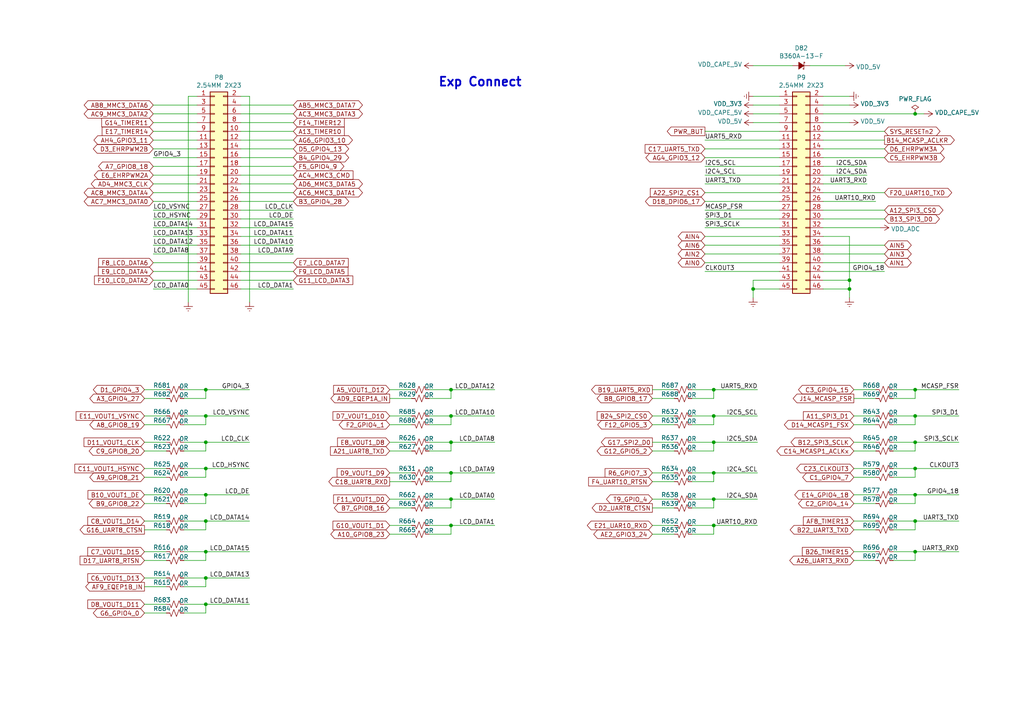
<source format=kicad_sch>
(kicad_sch (version 20210126) (generator eeschema)
  (paper "A4")
  (title_block (title "BeagleBone AI AM57x") (date "2021-01-15") (rev "Kicad-A1") (company "KiCad Services Corporation"))
  (junction (at 59.69 113.03) (diameter 0.9144))
  (junction (at 59.69 120.65) (diameter 0.9144))
  (junction (at 59.69 128.27) (diameter 0.9144))
  (junction (at 59.69 135.89) (diameter 0.9144))
  (junction (at 59.69 143.51) (diameter 0.9144))
  (junction (at 59.69 151.13) (diameter 0.9144))
  (junction (at 59.69 160.02) (diameter 0.9144))
  (junction (at 59.69 167.64) (diameter 0.9144))
  (junction (at 59.69 175.26) (diameter 0.9144))
  (junction (at 130.81 113.03) (diameter 0.9144))
  (junction (at 130.81 120.65) (diameter 0.9144))
  (junction (at 130.81 128.27) (diameter 0.9144))
  (junction (at 130.81 137.16) (diameter 0.9144))
  (junction (at 130.81 144.78) (diameter 0.9144))
  (junction (at 130.81 152.4) (diameter 0.9144))
  (junction (at 207.01 113.03) (diameter 0.9144))
  (junction (at 207.01 120.65) (diameter 0.9144))
  (junction (at 207.01 128.27) (diameter 0.9144))
  (junction (at 207.01 137.16) (diameter 0.9144))
  (junction (at 207.01 144.78) (diameter 0.9144))
  (junction (at 207.01 152.4) (diameter 0.9144))
  (junction (at 218.44 83.82) (diameter 0.9144))
  (junction (at 246.38 81.28) (diameter 0.9144))
  (junction (at 246.38 83.82) (diameter 0.9144))
  (junction (at 265.43 33.02) (diameter 0.9144))
  (junction (at 265.43 113.03) (diameter 0.9144))
  (junction (at 265.43 120.65) (diameter 0.9144))
  (junction (at 265.43 128.27) (diameter 0.9144))
  (junction (at 265.43 135.89) (diameter 0.9144))
  (junction (at 265.43 143.51) (diameter 0.9144))
  (junction (at 265.43 151.13) (diameter 0.9144))
  (junction (at 265.43 160.02) (diameter 0.9144))
  (wire (pts (xy 41.91 113.03) (xy 48.26 113.03)))
  (wire (pts (xy 41.91 115.57) (xy 48.26 115.57)))
  (wire (pts (xy 41.91 120.65) (xy 48.26 120.65)))
  (wire (pts (xy 41.91 123.19) (xy 48.26 123.19)))
  (wire (pts (xy 41.91 128.27) (xy 48.26 128.27)))
  (wire (pts (xy 41.91 130.81) (xy 48.26 130.81)))
  (wire (pts (xy 41.91 135.89) (xy 48.26 135.89)))
  (wire (pts (xy 41.91 138.43) (xy 48.26 138.43)))
  (wire (pts (xy 41.91 143.51) (xy 48.26 143.51)))
  (wire (pts (xy 41.91 146.05) (xy 48.26 146.05)))
  (wire (pts (xy 41.91 151.13) (xy 48.26 151.13)))
  (wire (pts (xy 41.91 153.67) (xy 48.26 153.67)))
  (wire (pts (xy 41.91 160.02) (xy 48.26 160.02)))
  (wire (pts (xy 41.91 162.56) (xy 48.26 162.56)))
  (wire (pts (xy 41.91 167.64) (xy 48.26 167.64)))
  (wire (pts (xy 41.91 170.18) (xy 48.26 170.18)))
  (wire (pts (xy 41.91 175.26) (xy 48.26 175.26)))
  (wire (pts (xy 41.91 177.8) (xy 48.26 177.8)))
  (wire (pts (xy 44.45 30.48) (xy 57.15 30.48)))
  (wire (pts (xy 44.45 33.02) (xy 57.15 33.02)))
  (wire (pts (xy 44.45 35.56) (xy 57.15 35.56)))
  (wire (pts (xy 44.45 38.1) (xy 57.15 38.1)))
  (wire (pts (xy 44.45 40.64) (xy 57.15 40.64)))
  (wire (pts (xy 44.45 43.18) (xy 57.15 43.18)))
  (wire (pts (xy 44.45 45.72) (xy 57.15 45.72)))
  (wire (pts (xy 44.45 48.26) (xy 57.15 48.26)))
  (wire (pts (xy 44.45 50.8) (xy 57.15 50.8)))
  (wire (pts (xy 44.45 53.34) (xy 57.15 53.34)))
  (wire (pts (xy 44.45 55.88) (xy 57.15 55.88)))
  (wire (pts (xy 44.45 58.42) (xy 57.15 58.42)))
  (wire (pts (xy 44.45 60.96) (xy 57.15 60.96)))
  (wire (pts (xy 44.45 63.5) (xy 57.15 63.5)))
  (wire (pts (xy 44.45 66.04) (xy 57.15 66.04)))
  (wire (pts (xy 44.45 68.58) (xy 57.15 68.58)))
  (wire (pts (xy 44.45 71.12) (xy 57.15 71.12)))
  (wire (pts (xy 44.45 73.66) (xy 57.15 73.66)))
  (wire (pts (xy 44.45 76.2) (xy 57.15 76.2)))
  (wire (pts (xy 44.45 78.74) (xy 57.15 78.74)))
  (wire (pts (xy 44.45 81.28) (xy 57.15 81.28)))
  (wire (pts (xy 44.45 83.82) (xy 57.15 83.82)))
  (wire (pts (xy 53.34 113.03) (xy 59.69 113.03)))
  (wire (pts (xy 53.34 115.57) (xy 59.69 115.57)))
  (wire (pts (xy 53.34 120.65) (xy 59.69 120.65)))
  (wire (pts (xy 53.34 123.19) (xy 59.69 123.19)))
  (wire (pts (xy 53.34 128.27) (xy 59.69 128.27)))
  (wire (pts (xy 53.34 130.81) (xy 59.69 130.81)))
  (wire (pts (xy 53.34 135.89) (xy 59.69 135.89)))
  (wire (pts (xy 53.34 138.43) (xy 59.69 138.43)))
  (wire (pts (xy 53.34 143.51) (xy 59.69 143.51)))
  (wire (pts (xy 53.34 146.05) (xy 59.69 146.05)))
  (wire (pts (xy 53.34 151.13) (xy 59.69 151.13)))
  (wire (pts (xy 53.34 153.67) (xy 59.69 153.67)))
  (wire (pts (xy 53.34 160.02) (xy 59.69 160.02)))
  (wire (pts (xy 53.34 162.56) (xy 59.69 162.56)))
  (wire (pts (xy 53.34 167.64) (xy 59.69 167.64)))
  (wire (pts (xy 53.34 170.18) (xy 59.69 170.18)))
  (wire (pts (xy 53.34 175.26) (xy 59.69 175.26)))
  (wire (pts (xy 53.34 177.8) (xy 59.69 177.8)))
  (wire (pts (xy 54.61 27.94) (xy 54.61 87.63)))
  (wire (pts (xy 57.15 27.94) (xy 54.61 27.94)))
  (wire (pts (xy 59.69 113.03) (xy 59.69 115.57)))
  (wire (pts (xy 59.69 113.03) (xy 72.39 113.03)))
  (wire (pts (xy 59.69 120.65) (xy 59.69 123.19)))
  (wire (pts (xy 59.69 120.65) (xy 72.39 120.65)))
  (wire (pts (xy 59.69 128.27) (xy 59.69 130.81)))
  (wire (pts (xy 59.69 128.27) (xy 72.39 128.27)))
  (wire (pts (xy 59.69 135.89) (xy 59.69 138.43)))
  (wire (pts (xy 59.69 135.89) (xy 72.39 135.89)))
  (wire (pts (xy 59.69 143.51) (xy 59.69 146.05)))
  (wire (pts (xy 59.69 143.51) (xy 72.39 143.51)))
  (wire (pts (xy 59.69 151.13) (xy 59.69 153.67)))
  (wire (pts (xy 59.69 151.13) (xy 72.39 151.13)))
  (wire (pts (xy 59.69 160.02) (xy 59.69 162.56)))
  (wire (pts (xy 59.69 160.02) (xy 72.39 160.02)))
  (wire (pts (xy 59.69 167.64) (xy 59.69 170.18)))
  (wire (pts (xy 59.69 167.64) (xy 72.39 167.64)))
  (wire (pts (xy 59.69 175.26) (xy 59.69 177.8)))
  (wire (pts (xy 59.69 175.26) (xy 72.39 175.26)))
  (wire (pts (xy 69.85 27.94) (xy 72.39 27.94)))
  (wire (pts (xy 69.85 30.48) (xy 85.09 30.48)))
  (wire (pts (xy 69.85 33.02) (xy 85.09 33.02)))
  (wire (pts (xy 69.85 35.56) (xy 85.09 35.56)))
  (wire (pts (xy 69.85 38.1) (xy 85.09 38.1)))
  (wire (pts (xy 69.85 40.64) (xy 85.09 40.64)))
  (wire (pts (xy 69.85 43.18) (xy 85.09 43.18)))
  (wire (pts (xy 69.85 45.72) (xy 85.09 45.72)))
  (wire (pts (xy 69.85 48.26) (xy 85.09 48.26)))
  (wire (pts (xy 69.85 50.8) (xy 85.09 50.8)))
  (wire (pts (xy 69.85 53.34) (xy 85.09 53.34)))
  (wire (pts (xy 69.85 55.88) (xy 85.09 55.88)))
  (wire (pts (xy 69.85 58.42) (xy 85.09 58.42)))
  (wire (pts (xy 69.85 60.96) (xy 85.09 60.96)))
  (wire (pts (xy 69.85 63.5) (xy 85.09 63.5)))
  (wire (pts (xy 69.85 66.04) (xy 85.09 66.04)))
  (wire (pts (xy 69.85 68.58) (xy 85.09 68.58)))
  (wire (pts (xy 69.85 71.12) (xy 85.09 71.12)))
  (wire (pts (xy 69.85 73.66) (xy 85.09 73.66)))
  (wire (pts (xy 69.85 76.2) (xy 85.09 76.2)))
  (wire (pts (xy 69.85 78.74) (xy 85.09 78.74)))
  (wire (pts (xy 69.85 81.28) (xy 85.09 81.28)))
  (wire (pts (xy 69.85 83.82) (xy 85.09 83.82)))
  (wire (pts (xy 72.39 27.94) (xy 72.39 87.63)))
  (wire (pts (xy 113.03 113.03) (xy 119.38 113.03)))
  (wire (pts (xy 113.03 115.57) (xy 119.38 115.57)))
  (wire (pts (xy 113.03 120.65) (xy 119.38 120.65)))
  (wire (pts (xy 113.03 123.19) (xy 119.38 123.19)))
  (wire (pts (xy 113.03 128.27) (xy 119.38 128.27)))
  (wire (pts (xy 113.03 130.81) (xy 119.38 130.81)))
  (wire (pts (xy 113.03 137.16) (xy 119.38 137.16)))
  (wire (pts (xy 113.03 139.7) (xy 119.38 139.7)))
  (wire (pts (xy 113.03 144.78) (xy 119.38 144.78)))
  (wire (pts (xy 113.03 147.32) (xy 119.38 147.32)))
  (wire (pts (xy 113.03 152.4) (xy 119.38 152.4)))
  (wire (pts (xy 113.03 154.94) (xy 119.38 154.94)))
  (wire (pts (xy 124.46 113.03) (xy 130.81 113.03)))
  (wire (pts (xy 124.46 115.57) (xy 130.81 115.57)))
  (wire (pts (xy 124.46 120.65) (xy 130.81 120.65)))
  (wire (pts (xy 124.46 123.19) (xy 130.81 123.19)))
  (wire (pts (xy 124.46 128.27) (xy 130.81 128.27)))
  (wire (pts (xy 124.46 130.81) (xy 130.81 130.81)))
  (wire (pts (xy 124.46 137.16) (xy 130.81 137.16)))
  (wire (pts (xy 124.46 139.7) (xy 130.81 139.7)))
  (wire (pts (xy 124.46 144.78) (xy 130.81 144.78)))
  (wire (pts (xy 124.46 147.32) (xy 130.81 147.32)))
  (wire (pts (xy 124.46 152.4) (xy 130.81 152.4)))
  (wire (pts (xy 124.46 154.94) (xy 130.81 154.94)))
  (wire (pts (xy 130.81 113.03) (xy 130.81 115.57)))
  (wire (pts (xy 130.81 113.03) (xy 143.51 113.03)))
  (wire (pts (xy 130.81 120.65) (xy 130.81 123.19)))
  (wire (pts (xy 130.81 120.65) (xy 143.51 120.65)))
  (wire (pts (xy 130.81 128.27) (xy 130.81 130.81)))
  (wire (pts (xy 130.81 128.27) (xy 143.51 128.27)))
  (wire (pts (xy 130.81 137.16) (xy 130.81 139.7)))
  (wire (pts (xy 130.81 137.16) (xy 143.51 137.16)))
  (wire (pts (xy 130.81 144.78) (xy 130.81 147.32)))
  (wire (pts (xy 130.81 144.78) (xy 143.51 144.78)))
  (wire (pts (xy 130.81 152.4) (xy 130.81 154.94)))
  (wire (pts (xy 130.81 152.4) (xy 143.51 152.4)))
  (wire (pts (xy 189.23 113.03) (xy 195.58 113.03)))
  (wire (pts (xy 189.23 115.57) (xy 195.58 115.57)))
  (wire (pts (xy 189.23 120.65) (xy 195.58 120.65)))
  (wire (pts (xy 189.23 123.19) (xy 195.58 123.19)))
  (wire (pts (xy 189.23 128.27) (xy 195.58 128.27)))
  (wire (pts (xy 189.23 130.81) (xy 195.58 130.81)))
  (wire (pts (xy 189.23 137.16) (xy 195.58 137.16)))
  (wire (pts (xy 189.23 139.7) (xy 195.58 139.7)))
  (wire (pts (xy 189.23 144.78) (xy 195.58 144.78)))
  (wire (pts (xy 189.23 147.32) (xy 195.58 147.32)))
  (wire (pts (xy 189.23 152.4) (xy 195.58 152.4)))
  (wire (pts (xy 189.23 154.94) (xy 195.58 154.94)))
  (wire (pts (xy 200.66 113.03) (xy 207.01 113.03)))
  (wire (pts (xy 200.66 115.57) (xy 207.01 115.57)))
  (wire (pts (xy 200.66 120.65) (xy 207.01 120.65)))
  (wire (pts (xy 200.66 123.19) (xy 207.01 123.19)))
  (wire (pts (xy 200.66 128.27) (xy 207.01 128.27)))
  (wire (pts (xy 200.66 130.81) (xy 207.01 130.81)))
  (wire (pts (xy 200.66 137.16) (xy 207.01 137.16)))
  (wire (pts (xy 200.66 139.7) (xy 207.01 139.7)))
  (wire (pts (xy 200.66 144.78) (xy 207.01 144.78)))
  (wire (pts (xy 200.66 147.32) (xy 207.01 147.32)))
  (wire (pts (xy 200.66 152.4) (xy 207.01 152.4)))
  (wire (pts (xy 200.66 154.94) (xy 207.01 154.94)))
  (wire (pts (xy 204.47 38.1) (xy 226.06 38.1)))
  (wire (pts (xy 204.47 40.64) (xy 226.06 40.64)))
  (wire (pts (xy 204.47 43.18) (xy 226.06 43.18)))
  (wire (pts (xy 204.47 45.72) (xy 226.06 45.72)))
  (wire (pts (xy 204.47 48.26) (xy 226.06 48.26)))
  (wire (pts (xy 204.47 50.8) (xy 226.06 50.8)))
  (wire (pts (xy 204.47 53.34) (xy 226.06 53.34)))
  (wire (pts (xy 204.47 55.88) (xy 226.06 55.88)))
  (wire (pts (xy 204.47 58.42) (xy 226.06 58.42)))
  (wire (pts (xy 204.47 60.96) (xy 226.06 60.96)))
  (wire (pts (xy 204.47 63.5) (xy 226.06 63.5)))
  (wire (pts (xy 204.47 66.04) (xy 226.06 66.04)))
  (wire (pts (xy 204.47 68.58) (xy 226.06 68.58)))
  (wire (pts (xy 204.47 71.12) (xy 226.06 71.12)))
  (wire (pts (xy 204.47 73.66) (xy 226.06 73.66)))
  (wire (pts (xy 204.47 76.2) (xy 226.06 76.2)))
  (wire (pts (xy 204.47 78.74) (xy 226.06 78.74)))
  (wire (pts (xy 207.01 113.03) (xy 207.01 115.57)))
  (wire (pts (xy 207.01 113.03) (xy 219.71 113.03)))
  (wire (pts (xy 207.01 120.65) (xy 207.01 123.19)))
  (wire (pts (xy 207.01 120.65) (xy 219.71 120.65)))
  (wire (pts (xy 207.01 128.27) (xy 207.01 130.81)))
  (wire (pts (xy 207.01 128.27) (xy 219.71 128.27)))
  (wire (pts (xy 207.01 137.16) (xy 207.01 139.7)))
  (wire (pts (xy 207.01 137.16) (xy 219.71 137.16)))
  (wire (pts (xy 207.01 144.78) (xy 207.01 147.32)))
  (wire (pts (xy 207.01 144.78) (xy 219.71 144.78)))
  (wire (pts (xy 207.01 152.4) (xy 207.01 154.94)))
  (wire (pts (xy 207.01 152.4) (xy 219.71 152.4)))
  (wire (pts (xy 218.44 19.05) (xy 229.87 19.05)))
  (wire (pts (xy 218.44 27.94) (xy 226.06 27.94)))
  (wire (pts (xy 218.44 30.48) (xy 226.06 30.48)))
  (wire (pts (xy 218.44 33.02) (xy 226.06 33.02)))
  (wire (pts (xy 218.44 35.56) (xy 226.06 35.56)))
  (wire (pts (xy 218.44 81.28) (xy 218.44 83.82)))
  (wire (pts (xy 218.44 81.28) (xy 226.06 81.28)))
  (wire (pts (xy 218.44 83.82) (xy 218.44 86.36)))
  (wire (pts (xy 218.44 83.82) (xy 226.06 83.82)))
  (wire (pts (xy 234.95 19.05) (xy 245.11 19.05)))
  (wire (pts (xy 238.76 27.94) (xy 246.38 27.94)))
  (wire (pts (xy 238.76 30.48) (xy 246.38 30.48)))
  (wire (pts (xy 238.76 33.02) (xy 265.43 33.02)))
  (wire (pts (xy 238.76 35.56) (xy 246.38 35.56)))
  (wire (pts (xy 238.76 38.1) (xy 256.54 38.1)))
  (wire (pts (xy 238.76 40.64) (xy 256.54 40.64)))
  (wire (pts (xy 238.76 43.18) (xy 256.54 43.18)))
  (wire (pts (xy 238.76 45.72) (xy 256.54 45.72)))
  (wire (pts (xy 238.76 48.26) (xy 251.46 48.26)))
  (wire (pts (xy 238.76 50.8) (xy 251.46 50.8)))
  (wire (pts (xy 238.76 53.34) (xy 251.46 53.34)))
  (wire (pts (xy 238.76 55.88) (xy 256.54 55.88)))
  (wire (pts (xy 238.76 58.42) (xy 254 58.42)))
  (wire (pts (xy 238.76 60.96) (xy 256.54 60.96)))
  (wire (pts (xy 238.76 63.5) (xy 256.54 63.5)))
  (wire (pts (xy 238.76 66.04) (xy 255.27 66.04)))
  (wire (pts (xy 238.76 68.58) (xy 246.38 68.58)))
  (wire (pts (xy 238.76 71.12) (xy 256.54 71.12)))
  (wire (pts (xy 238.76 73.66) (xy 256.54 73.66)))
  (wire (pts (xy 238.76 76.2) (xy 256.54 76.2)))
  (wire (pts (xy 238.76 78.74) (xy 256.54 78.74)))
  (wire (pts (xy 238.76 81.28) (xy 246.38 81.28)))
  (wire (pts (xy 238.76 83.82) (xy 246.38 83.82)))
  (wire (pts (xy 246.38 68.58) (xy 246.38 81.28)))
  (wire (pts (xy 246.38 81.28) (xy 246.38 83.82)))
  (wire (pts (xy 246.38 83.82) (xy 246.38 86.36)))
  (wire (pts (xy 247.65 113.03) (xy 254 113.03)))
  (wire (pts (xy 247.65 115.57) (xy 254 115.57)))
  (wire (pts (xy 247.65 120.65) (xy 254 120.65)))
  (wire (pts (xy 247.65 123.19) (xy 254 123.19)))
  (wire (pts (xy 247.65 128.27) (xy 254 128.27)))
  (wire (pts (xy 247.65 130.81) (xy 254 130.81)))
  (wire (pts (xy 247.65 135.89) (xy 254 135.89)))
  (wire (pts (xy 247.65 138.43) (xy 254 138.43)))
  (wire (pts (xy 247.65 143.51) (xy 254 143.51)))
  (wire (pts (xy 247.65 146.05) (xy 254 146.05)))
  (wire (pts (xy 247.65 151.13) (xy 254 151.13)))
  (wire (pts (xy 247.65 153.67) (xy 254 153.67)))
  (wire (pts (xy 247.65 160.02) (xy 254 160.02)))
  (wire (pts (xy 247.65 162.56) (xy 254 162.56)))
  (wire (pts (xy 259.08 113.03) (xy 265.43 113.03)))
  (wire (pts (xy 259.08 115.57) (xy 265.43 115.57)))
  (wire (pts (xy 259.08 120.65) (xy 265.43 120.65)))
  (wire (pts (xy 259.08 123.19) (xy 265.43 123.19)))
  (wire (pts (xy 259.08 128.27) (xy 265.43 128.27)))
  (wire (pts (xy 259.08 130.81) (xy 265.43 130.81)))
  (wire (pts (xy 259.08 135.89) (xy 265.43 135.89)))
  (wire (pts (xy 259.08 138.43) (xy 265.43 138.43)))
  (wire (pts (xy 259.08 143.51) (xy 265.43 143.51)))
  (wire (pts (xy 259.08 146.05) (xy 265.43 146.05)))
  (wire (pts (xy 259.08 151.13) (xy 265.43 151.13)))
  (wire (pts (xy 259.08 153.67) (xy 265.43 153.67)))
  (wire (pts (xy 259.08 160.02) (xy 265.43 160.02)))
  (wire (pts (xy 259.08 162.56) (xy 265.43 162.56)))
  (wire (pts (xy 265.43 33.02) (xy 267.97 33.02)))
  (wire (pts (xy 265.43 113.03) (xy 265.43 115.57)))
  (wire (pts (xy 265.43 113.03) (xy 278.13 113.03)))
  (wire (pts (xy 265.43 120.65) (xy 265.43 123.19)))
  (wire (pts (xy 265.43 120.65) (xy 278.13 120.65)))
  (wire (pts (xy 265.43 128.27) (xy 265.43 130.81)))
  (wire (pts (xy 265.43 128.27) (xy 278.13 128.27)))
  (wire (pts (xy 265.43 135.89) (xy 265.43 138.43)))
  (wire (pts (xy 265.43 135.89) (xy 278.13 135.89)))
  (wire (pts (xy 265.43 143.51) (xy 265.43 146.05)))
  (wire (pts (xy 265.43 143.51) (xy 278.13 143.51)))
  (wire (pts (xy 265.43 151.13) (xy 265.43 153.67)))
  (wire (pts (xy 265.43 151.13) (xy 278.13 151.13)))
  (wire (pts (xy 265.43 160.02) (xy 265.43 162.56)))
  (wire (pts (xy 265.43 160.02) (xy 278.13 160.02)))
  (text "Exp Connect" (at 127 25.4 0) (effects (font (size 2.54 2.54) (thickness 0.508) bold) (justify left bottom)))
  (label "GPIO4_3" (at 44.45 45.72 0))
  (label "LCD_VSYNC" (at 44.45 60.96 0))
  (label "LCD_HSYNC" (at 44.45 63.5 0))
  (label "LCD_DATA14" (at 44.45 66.04 0))
  (label "LCD_DATA13" (at 44.45 68.58 0))
  (label "LCD_DATA12" (at 44.45 71.12 0))
  (label "LCD_DATA8" (at 44.45 73.66 0))
  (label "LCD_DATA0" (at 44.45 83.82 0))
  (label "GPIO4_3" (at 72.39 113.03 180))
  (label "LCD_VSYNC" (at 72.39 120.65 180))
  (label "LCD_CLK" (at 72.39 128.27 180))
  (label "LCD_HSYNC" (at 72.39 135.89 180))
  (label "LCD_DE" (at 72.39 143.51 180))
  (label "LCD_DATA14" (at 72.39 151.13 180))
  (label "LCD_DATA15" (at 72.39 160.02 180))
  (label "LCD_DATA13" (at 72.39 167.64 180))
  (label "LCD_DATA11" (at 72.39 175.26 180))
  (label "LCD_CLK" (at 85.09 60.96 180))
  (label "LCD_DE" (at 85.09 63.5 180))
  (label "LCD_DATA15" (at 85.09 66.04 180))
  (label "LCD_DATA11" (at 85.09 68.58 180))
  (label "LCD_DATA10" (at 85.09 71.12 180))
  (label "LCD_DATA9" (at 85.09 73.66 180))
  (label "LCD_DATA1" (at 85.09 83.82 180))
  (label "LCD_DATA12" (at 143.51 113.03 180))
  (label "LCD_DATA10" (at 143.51 120.65 180))
  (label "LCD_DATA8" (at 143.51 128.27 180))
  (label "LCD_DATA9" (at 143.51 137.16 180))
  (label "LCD_DATA0" (at 143.51 144.78 180))
  (label "LCD_DATA1" (at 143.51 152.4 180))
  (label "UART5_RXD" (at 204.47 40.64 0))
  (label "I2C5_SCL" (at 204.47 48.26 0))
  (label "I2C4_SCL" (at 204.47 50.8 0))
  (label "UART3_TXD" (at 204.47 53.34 0))
  (label "MCASP_FSR" (at 204.47 60.96 0))
  (label "SPI3_D1" (at 204.47 63.5 0))
  (label "SPI3_SCLK" (at 204.47 66.04 0))
  (label "CLKOUT3" (at 204.47 78.74 0))
  (label "UART5_RXD" (at 219.71 113.03 180))
  (label "I2C5_SCL" (at 219.71 120.65 180))
  (label "I2C5_SDA" (at 219.71 128.27 180))
  (label "I2C4_SCL" (at 219.71 137.16 180))
  (label "I2C4_SDA" (at 219.71 144.78 180))
  (label "UART10_RXD" (at 219.71 152.4 180))
  (label "I2C5_SDA" (at 251.46 48.26 180))
  (label "I2C4_SDA" (at 251.46 50.8 180))
  (label "UART3_RXD" (at 251.46 53.34 180))
  (label "UART10_RXD" (at 254 58.42 180))
  (label "GPIO4_18" (at 256.54 78.74 180))
  (label "MCASP_FSR" (at 278.13 113.03 180))
  (label "SPI3_D1" (at 278.13 120.65 180))
  (label "SPI3_SCLK" (at 278.13 128.27 180))
  (label "CLKOUT3" (at 278.13 135.89 180))
  (label "GPIO4_18" (at 278.13 143.51 180))
  (label "UART3_TXD" (at 278.13 151.13 180))
  (label "UART3_RXD" (at 278.13 160.02 180))
  (global_label "D1_GPIO4_3" (shape bidirectional) (at 41.91 113.03 180) (property "Intersheet References" "${INTERSHEET_REFS}" (at 26.6639 112.9506 0) (effects (justify right))))
  (global_label "A3_GPIO4_27" (shape bidirectional) (at 41.91 115.57 180) (property "Intersheet References" "${INTERSHEET_REFS}" (at 25.6358 115.4906 0) (effects (justify right))))
  (global_label "E11_VOUT1_VSYNC" (shape input) (at 41.91 120.65 180) (property "Intersheet References" "${INTERSHEET_REFS}" (at 20.5558 120.5706 0) (effects (justify right))))
  (global_label "A8_GPIO8_19" (shape bidirectional) (at 41.91 123.19 180) (property "Intersheet References" "${INTERSHEET_REFS}" (at 25.6358 123.1106 0) (effects (justify right))))
  (global_label "D11_VOUT1_CLK" (shape input) (at 41.91 128.27 180) (property "Intersheet References" "${INTERSHEET_REFS}" (at 22.8539 128.1906 0) (effects (justify right))))
  (global_label "C9_GPIO8_20" (shape bidirectional) (at 41.91 130.81 180) (property "Intersheet References" "${INTERSHEET_REFS}" (at 25.4543 130.7306 0) (effects (justify right))))
  (global_label "C11_VOUT1_HSYNC" (shape input) (at 41.91 135.89 180) (property "Intersheet References" "${INTERSHEET_REFS}" (at 20.1929 135.8106 0) (effects (justify right))))
  (global_label "A9_GPIO8_21" (shape bidirectional) (at 41.91 138.43 180) (property "Intersheet References" "${INTERSHEET_REFS}" (at 25.6358 138.3506 0) (effects (justify right))))
  (global_label "B10_VOUT1_DE" (shape input) (at 41.91 143.51 180) (property "Intersheet References" "${INTERSHEET_REFS}" (at 24.0029 143.4306 0) (effects (justify right))))
  (global_label "B9_GPIO8_22" (shape bidirectional) (at 41.91 146.05 180) (property "Intersheet References" "${INTERSHEET_REFS}" (at 25.4543 145.9706 0) (effects (justify right))))
  (global_label "C8_VOUT1_D14" (shape input) (at 41.91 151.13 180) (property "Intersheet References" "${INTERSHEET_REFS}" (at 23.9424 151.0506 0) (effects (justify right))))
  (global_label "G16_UART8_CTSN" (shape output) (at 41.91 153.67 180) (property "Intersheet References" "${INTERSHEET_REFS}" (at 21.7048 153.5906 0) (effects (justify right))))
  (global_label "C7_VOUT1_D15" (shape input) (at 41.91 160.02 180) (property "Intersheet References" "${INTERSHEET_REFS}" (at 23.9424 159.9406 0) (effects (justify right))))
  (global_label "D17_UART8_RTSN" (shape input) (at 41.91 162.56 180) (property "Intersheet References" "${INTERSHEET_REFS}" (at 21.7048 162.4806 0) (effects (justify right))))
  (global_label "C6_VOUT1_D13" (shape input) (at 41.91 167.64 180) (property "Intersheet References" "${INTERSHEET_REFS}" (at 23.9424 167.5606 0) (effects (justify right))))
  (global_label "AF9_EQEP1B_IN" (shape output) (at 41.91 170.18 180) (property "Intersheet References" "${INTERSHEET_REFS}" (at 23.3377 170.1006 0) (effects (justify right))))
  (global_label "D8_VOUT1_D11" (shape input) (at 41.91 175.26 180) (property "Intersheet References" "${INTERSHEET_REFS}" (at 23.9424 175.1806 0) (effects (justify right))))
  (global_label "G6_GPIO4_0" (shape bidirectional) (at 41.91 177.8 180) (property "Intersheet References" "${INTERSHEET_REFS}" (at 26.6639 177.7206 0) (effects (justify right))))
  (global_label "AB8_MMC3_DATA6" (shape bidirectional) (at 44.45 30.48 180) (property "Intersheet References" "${INTERSHEET_REFS}" (at 24.0029 30.4006 0) (effects (justify right))))
  (global_label "AC9_MMC3_DATA2" (shape bidirectional) (at 44.45 33.02 180) (property "Intersheet References" "${INTERSHEET_REFS}" (at 24.0029 32.9406 0) (effects (justify right))))
  (global_label "G14_TIMER11" (shape input) (at 44.45 35.56 180) (property "Intersheet References" "${INTERSHEET_REFS}" (at 27.9943 35.4806 0) (effects (justify right))))
  (global_label "E17_TIMER14" (shape input) (at 44.45 38.1 180) (property "Intersheet References" "${INTERSHEET_REFS}" (at 28.1153 38.0206 0) (effects (justify right))))
  (global_label "AH4_GPIO3_11" (shape bidirectional) (at 44.45 40.64 180) (property "Intersheet References" "${INTERSHEET_REFS}" (at 26.8453 40.5606 0) (effects (justify right))))
  (global_label "D3_EHRPWM2B" (shape bidirectional) (at 44.45 43.18 180) (property "Intersheet References" "${INTERSHEET_REFS}" (at 26.6639 43.1006 0) (effects (justify right))))
  (global_label "A7_GPIO8_18" (shape bidirectional) (at 44.45 48.26 180) (property "Intersheet References" "${INTERSHEET_REFS}" (at 28.1758 48.1806 0) (effects (justify right))))
  (global_label "E6_EHRPWM2A" (shape bidirectional) (at 44.45 50.8 180) (property "Intersheet References" "${INTERSHEET_REFS}" (at 26.9662 50.7206 0) (effects (justify right))))
  (global_label "AD4_MMC3_CLK" (shape bidirectional) (at 44.45 53.34 180) (property "Intersheet References" "${INTERSHEET_REFS}" (at 26.0591 53.2606 0) (effects (justify right))))
  (global_label "AC8_MMC3_DATA4" (shape bidirectional) (at 44.45 55.88 180) (property "Intersheet References" "${INTERSHEET_REFS}" (at 24.0029 55.8006 0) (effects (justify right))))
  (global_label "AC7_MMC3_DATA0" (shape bidirectional) (at 44.45 58.42 180) (property "Intersheet References" "${INTERSHEET_REFS}" (at 24.0029 58.3406 0) (effects (justify right))))
  (global_label "F8_LCD_DATA6" (shape input) (at 44.45 76.2 180) (property "Intersheet References" "${INTERSHEET_REFS}" (at 27.0872 76.1206 0) (effects (justify right))))
  (global_label "E9_LCD_DATA4" (shape input) (at 44.45 78.74 180) (property "Intersheet References" "${INTERSHEET_REFS}" (at 27.0267 78.6606 0) (effects (justify right))))
  (global_label "F10_LCD_DATA2" (shape input) (at 44.45 81.28 180) (property "Intersheet References" "${INTERSHEET_REFS}" (at 25.8777 81.2006 0) (effects (justify right))))
  (global_label "AB5_MMC3_DATA7" (shape bidirectional) (at 85.09 30.48 0) (property "Intersheet References" "${INTERSHEET_REFS}" (at 105.5371 30.4006 0) (effects (justify left))))
  (global_label "AC3_MMC3_DATA3" (shape bidirectional) (at 85.09 33.02 0) (property "Intersheet References" "${INTERSHEET_REFS}" (at 105.5371 32.9406 0) (effects (justify left))))
  (global_label "F14_TIMER12" (shape input) (at 85.09 35.56 0) (property "Intersheet References" "${INTERSHEET_REFS}" (at 101.3642 35.4806 0) (effects (justify left))))
  (global_label "A13_TIMER10" (shape input) (at 85.09 38.1 0) (property "Intersheet References" "${INTERSHEET_REFS}" (at 101.3642 38.0206 0) (effects (justify left))))
  (global_label "AG6_GPIO3_10" (shape bidirectional) (at 85.09 40.64 0) (property "Intersheet References" "${INTERSHEET_REFS}" (at 102.6342 40.5606 0) (effects (justify left))))
  (global_label "D5_GPIO4_13" (shape bidirectional) (at 85.09 43.18 0) (property "Intersheet References" "${INTERSHEET_REFS}" (at 101.5457 43.1006 0) (effects (justify left))))
  (global_label "B4_GPIO4_29" (shape bidirectional) (at 85.09 45.72 0) (property "Intersheet References" "${INTERSHEET_REFS}" (at 101.5457 45.6406 0) (effects (justify left))))
  (global_label "F5_GPIO4_9" (shape bidirectional) (at 85.09 48.26 0) (property "Intersheet References" "${INTERSHEET_REFS}" (at 100.1547 48.1806 0) (effects (justify left))))
  (global_label "AC4_MMC3_CMD" (shape input) (at 85.09 50.8 0) (property "Intersheet References" "${INTERSHEET_REFS}" (at 103.9042 50.7206 0) (effects (justify left))))
  (global_label "AD6_MMC3_DATA5" (shape bidirectional) (at 85.09 53.34 0) (property "Intersheet References" "${INTERSHEET_REFS}" (at 105.5371 53.2606 0) (effects (justify left))))
  (global_label "AC6_MMC3_DATA1" (shape bidirectional) (at 85.09 55.88 0) (property "Intersheet References" "${INTERSHEET_REFS}" (at 105.5371 55.8006 0) (effects (justify left))))
  (global_label "B3_GPIO4_28" (shape bidirectional) (at 85.09 58.42 0) (property "Intersheet References" "${INTERSHEET_REFS}" (at 101.5457 58.3406 0) (effects (justify left))))
  (global_label "E7_LCD_DATA7" (shape input) (at 85.09 76.2 0) (property "Intersheet References" "${INTERSHEET_REFS}" (at 102.5133 76.1206 0) (effects (justify left))))
  (global_label "F9_LCD_DATA5" (shape input) (at 85.09 78.74 0) (property "Intersheet References" "${INTERSHEET_REFS}" (at 102.4528 78.6606 0) (effects (justify left))))
  (global_label "G11_LCD_DATA3" (shape input) (at 85.09 81.28 0) (property "Intersheet References" "${INTERSHEET_REFS}" (at 103.8438 81.2006 0) (effects (justify left))))
  (global_label "A5_VOUT1_D12" (shape input) (at 113.03 113.03 180) (property "Intersheet References" "${INTERSHEET_REFS}" (at 95.2439 112.9506 0) (effects (justify right))))
  (global_label "AD9_EQEP1A_IN" (shape output) (at 113.03 115.57 180) (property "Intersheet References" "${INTERSHEET_REFS}" (at 94.4577 115.4906 0) (effects (justify right))))
  (global_label "D7_VOUT1_D10" (shape input) (at 113.03 120.65 180) (property "Intersheet References" "${INTERSHEET_REFS}" (at 95.0624 120.5706 0) (effects (justify right))))
  (global_label "F2_GPIO4_1" (shape bidirectional) (at 113.03 123.19 180) (property "Intersheet References" "${INTERSHEET_REFS}" (at 97.9653 123.1106 0) (effects (justify right))))
  (global_label "E8_VOUT1_D8" (shape input) (at 113.03 128.27 180) (property "Intersheet References" "${INTERSHEET_REFS}" (at 96.3929 128.1906 0) (effects (justify right))))
  (global_label "A21_UART8_TXD" (shape input) (at 113.03 130.81 180) (property "Intersheet References" "${INTERSHEET_REFS}" (at 94.3367 130.7306 0) (effects (justify right))))
  (global_label "D9_VOUT1_D9" (shape input) (at 113.03 137.16 180) (property "Intersheet References" "${INTERSHEET_REFS}" (at 96.2719 137.0806 0) (effects (justify right))))
  (global_label "C18_UART8_RXD" (shape output) (at 113.03 139.7 180) (property "Intersheet References" "${INTERSHEET_REFS}" (at 93.8529 139.6206 0) (effects (justify right))))
  (global_label "F11_VOUT1_D0" (shape input) (at 113.03 144.78 180) (property "Intersheet References" "${INTERSHEET_REFS}" (at 95.2439 144.7006 0) (effects (justify right))))
  (global_label "B7_GPIO8_16" (shape bidirectional) (at 113.03 147.32 180) (property "Intersheet References" "${INTERSHEET_REFS}" (at 96.5743 147.2406 0) (effects (justify right))))
  (global_label "G10_VOUT1_D1" (shape input) (at 113.03 152.4 180) (property "Intersheet References" "${INTERSHEET_REFS}" (at 95.0624 152.3206 0) (effects (justify right))))
  (global_label "A10_GPIO8_23" (shape bidirectional) (at 113.03 154.94 180) (property "Intersheet References" "${INTERSHEET_REFS}" (at 95.5462 154.8606 0) (effects (justify right))))
  (global_label "B19_UART5_RXD" (shape output) (at 189.23 113.03 180) (property "Intersheet References" "${INTERSHEET_REFS}" (at 170.0529 112.9506 0) (effects (justify right))))
  (global_label "B8_GPIO8_17" (shape bidirectional) (at 189.23 115.57 180) (property "Intersheet References" "${INTERSHEET_REFS}" (at 172.7743 115.4906 0) (effects (justify right))))
  (global_label "B24_SPI2_CS0" (shape input) (at 189.23 120.65 180) (property "Intersheet References" "${INTERSHEET_REFS}" (at 171.6858 120.5706 0) (effects (justify right))))
  (global_label "F12_GPIO5_3" (shape bidirectional) (at 189.23 123.19 180) (property "Intersheet References" "${INTERSHEET_REFS}" (at 172.9558 123.1106 0) (effects (justify right))))
  (global_label "G17_SPI2_D0" (shape output) (at 189.23 128.27 180) (property "Intersheet References" "${INTERSHEET_REFS}" (at 172.8953 128.1906 0) (effects (justify right))))
  (global_label "G12_GPIO5_2" (shape bidirectional) (at 189.23 130.81 180) (property "Intersheet References" "${INTERSHEET_REFS}" (at 172.7743 130.7306 0) (effects (justify right))))
  (global_label "R6_GPIO7_3" (shape input) (at 189.23 137.16 180) (property "Intersheet References" "${INTERSHEET_REFS}" (at 173.9839 137.0806 0) (effects (justify right))))
  (global_label "F4_UART10_RTSN" (shape input) (at 189.23 139.7 180) (property "Intersheet References" "${INTERSHEET_REFS}" (at 169.2062 139.6206 0) (effects (justify right))))
  (global_label "T9_GPIO_4" (shape bidirectional) (at 189.23 144.78 180) (property "Intersheet References" "${INTERSHEET_REFS}" (at 175.4958 144.7006 0) (effects (justify right))))
  (global_label "D2_UART8_CTSN" (shape output) (at 189.23 147.32 180) (property "Intersheet References" "${INTERSHEET_REFS}" (at 170.2343 147.2406 0) (effects (justify right))))
  (global_label "E21_UAR10_RXD" (shape bidirectional) (at 189.23 152.4 180) (property "Intersheet References" "${INTERSHEET_REFS}" (at 169.9319 152.3206 0) (effects (justify right))))
  (global_label "AE2_GPIO3_24" (shape bidirectional) (at 189.23 154.94 180) (property "Intersheet References" "${INTERSHEET_REFS}" (at 171.8067 154.8606 0) (effects (justify right))))
  (global_label "PWR_BUT" (shape output) (at 204.47 38.1 180) (property "Intersheet References" "${INTERSHEET_REFS}" (at 192.0058 38.0206 0) (effects (justify right))))
  (global_label "C17_UART5_TXD" (shape input) (at 204.47 43.18 180) (property "Intersheet References" "${INTERSHEET_REFS}" (at 185.5953 43.1006 0) (effects (justify right))))
  (global_label "AG4_GPIO3_12" (shape bidirectional) (at 204.47 45.72 180) (property "Intersheet References" "${INTERSHEET_REFS}" (at 186.9258 45.6406 0) (effects (justify right))))
  (global_label "A22_SPI2_CS1" (shape input) (at 204.47 55.88 180) (property "Intersheet References" "${INTERSHEET_REFS}" (at 187.1072 55.8006 0) (effects (justify right))))
  (global_label "D18_DPIO6_17" (shape bidirectional) (at 204.47 58.42 180) (property "Intersheet References" "${INTERSHEET_REFS}" (at 186.8048 58.3406 0) (effects (justify right))))
  (global_label "AIN4" (shape bidirectional) (at 204.47 68.58 180) (property "Intersheet References" "${INTERSHEET_REFS}" (at 196.2996 68.5006 0) (effects (justify right))))
  (global_label "AIN6" (shape bidirectional) (at 204.47 71.12 180) (property "Intersheet References" "${INTERSHEET_REFS}" (at 196.2996 71.0406 0) (effects (justify right))))
  (global_label "AIN2" (shape bidirectional) (at 204.47 73.66 180) (property "Intersheet References" "${INTERSHEET_REFS}" (at 196.2996 73.5806 0) (effects (justify right))))
  (global_label "AIN0" (shape bidirectional) (at 204.47 76.2 180) (property "Intersheet References" "${INTERSHEET_REFS}" (at 196.2996 76.1206 0) (effects (justify right))))
  (global_label "C3_GPIO4_15" (shape bidirectional) (at 247.65 113.03 180) (property "Intersheet References" "${INTERSHEET_REFS}" (at 231.1943 112.9506 0) (effects (justify right))))
  (global_label "J14_MCASP_FSR" (shape output) (at 247.65 115.57 180) (property "Intersheet References" "${INTERSHEET_REFS}" (at 228.5334 115.4906 0) (effects (justify right))))
  (global_label "A11_SPI3_D1" (shape input) (at 247.65 120.65 180) (property "Intersheet References" "${INTERSHEET_REFS}" (at 231.4967 120.5706 0) (effects (justify right))))
  (global_label "D14_MCASP1_FSX" (shape bidirectional) (at 247.65 123.19 180) (property "Intersheet References" "${INTERSHEET_REFS}" (at 227.0819 123.1106 0) (effects (justify right))))
  (global_label "B12_SPI3_SCLK" (shape bidirectional) (at 247.65 128.27 180) (property "Intersheet References" "${INTERSHEET_REFS}" (at 229.0172 128.1906 0) (effects (justify right))))
  (global_label "C14_MCASP1_ACLKx" (shape bidirectional) (at 247.65 130.81 180) (property "Intersheet References" "${INTERSHEET_REFS}" (at 224.9048 130.7306 0) (effects (justify right))))
  (global_label "C23_CLKOUT3" (shape bidirectional) (at 247.65 135.89 180) (property "Intersheet References" "${INTERSHEET_REFS}" (at 230.65 135.8106 0) (effects (justify right))))
  (global_label "C1_GPIO4_7" (shape bidirectional) (at 247.65 138.43 180) (property "Intersheet References" "${INTERSHEET_REFS}" (at 232.4039 138.3506 0) (effects (justify right))))
  (global_label "E14_GPIO4_18" (shape bidirectional) (at 247.65 143.51 180) (property "Intersheet References" "${INTERSHEET_REFS}" (at 230.1058 143.4306 0) (effects (justify right))))
  (global_label "C2_GPIO4_14" (shape bidirectional) (at 247.65 146.05 180) (property "Intersheet References" "${INTERSHEET_REFS}" (at 231.1943 145.9706 0) (effects (justify right))))
  (global_label "AF8_TIMER13" (shape input) (at 247.65 151.13 180) (property "Intersheet References" "${INTERSHEET_REFS}" (at 231.4967 151.0506 0) (effects (justify right))))
  (global_label "B22_UART3_TXD" (shape bidirectional) (at 247.65 153.67 180) (property "Intersheet References" "${INTERSHEET_REFS}" (at 228.7753 153.5906 0) (effects (justify right))))
  (global_label "B26_TIMER15" (shape input) (at 247.65 160.02 180) (property "Intersheet References" "${INTERSHEET_REFS}" (at 231.1943 159.9406 0) (effects (justify right))))
  (global_label "A26_UART3_RXD" (shape bidirectional) (at 247.65 162.56 180) (property "Intersheet References" "${INTERSHEET_REFS}" (at 228.6543 162.4806 0) (effects (justify right))))
  (global_label "SYS_RESETn2" (shape bidirectional) (at 256.54 38.1 0) (property "Intersheet References" "${INTERSHEET_REFS}" (at 273.0561 38.0206 0) (effects (justify left))))
  (global_label "B14_MCASP_ACLKR" (shape output) (at 256.54 40.64 0) (property "Intersheet References" "${INTERSHEET_REFS}" (at 278.3176 40.5606 0) (effects (justify left))))
  (global_label "D6_EHRPWM3A" (shape bidirectional) (at 256.54 43.18 0) (property "Intersheet References" "${INTERSHEET_REFS}" (at 274.1447 43.1006 0) (effects (justify left))))
  (global_label "C5_EHRPWM3B" (shape bidirectional) (at 256.54 45.72 0) (property "Intersheet References" "${INTERSHEET_REFS}" (at 274.3261 45.6406 0) (effects (justify left))))
  (global_label "F20_UART10_TXD" (shape bidirectional) (at 256.54 55.88 0) (property "Intersheet References" "${INTERSHEET_REFS}" (at 276.4428 55.8006 0) (effects (justify left))))
  (global_label "A12_SPI3_CS0" (shape bidirectional) (at 256.54 60.96 0) (property "Intersheet References" "${INTERSHEET_REFS}" (at 273.9028 60.8806 0) (effects (justify left))))
  (global_label "B13_SPI3_D0" (shape bidirectional) (at 256.54 63.5 0) (property "Intersheet References" "${INTERSHEET_REFS}" (at 272.8747 63.4206 0) (effects (justify left))))
  (global_label "AIN5" (shape bidirectional) (at 256.54 71.12 0) (property "Intersheet References" "${INTERSHEET_REFS}" (at 264.7104 71.0406 0) (effects (justify left))))
  (global_label "AIN3" (shape bidirectional) (at 256.54 73.66 0) (property "Intersheet References" "${INTERSHEET_REFS}" (at 264.7104 73.5806 0) (effects (justify left))))
  (global_label "AIN1" (shape bidirectional) (at 256.54 76.2 0) (property "Intersheet References" "${INTERSHEET_REFS}" (at 264.7104 76.1206 0) (effects (justify left))))
  (symbol (lib_id "power:PWR_FLAG") (at 265.43 33.02 0) (unit 1)
    (property "Reference" "#FLG0104" (effects hide))
    (property "Value" "PWR_FLAG" (at 265.43 28.6956 0))
  )
  (symbol (lib_id "beaglebone-ai:VDD_CAPE_5V") (at 218.44 19.05 90) (unit 1)
    (property "Reference" "#PWR0395" (effects hide))
    (property "Value" "VDD_CAPE_5V" (at 215.265 18.6817 90) (effects (justify left)))
  )
  (symbol (lib_id "beaglebone-ai:VDD_3V3") (at 218.44 30.48 90) (unit 1)
    (property "Reference" "#PWR0394" (effects hide))
    (property "Value" "VDD_3V3" (at 215.2649 30.1117 90) (effects (justify left)))
  )
  (symbol (lib_id "beaglebone-ai:VDD_CAPE_5V") (at 218.44 33.02 90) (unit 1)
    (property "Reference" "#PWR0398" (effects hide))
    (property "Value" "VDD_CAPE_5V" (at 215.265 32.6517 90) (effects (justify left)))
  )
  (symbol (lib_id "beaglebone-ai:VDD_5V") (at 218.44 35.56 90) (unit 1)
    (property "Reference" "#PWR0397" (effects hide))
    (property "Value" "VDD_5V" (at 215.265 35.1917 90) (effects (justify left)))
  )
  (symbol (lib_id "beaglebone-ai:VDD_5V") (at 245.11 19.05 270) (unit 1)
    (property "Reference" "#PWR0399" (effects hide))
    (property "Value" "VDD_5V" (at 248.2851 19.4183 90) (effects (justify left)))
  )
  (symbol (lib_id "beaglebone-ai:VDD_3V3") (at 246.38 30.48 270) (mirror x) (unit 1)
    (property "Reference" "#PWR0402" (effects hide))
    (property "Value" "VDD_3V3" (at 249.5551 30.1117 90) (effects (justify left)))
  )
  (symbol (lib_id "beaglebone-ai:VDD_5V") (at 246.38 35.56 270) (mirror x) (unit 1)
    (property "Reference" "#PWR0403" (effects hide))
    (property "Value" "VDD_5V" (at 249.555 35.1917 90) (effects (justify left)))
  )
  (symbol (lib_id "beaglebone-ai:VDD_ADC") (at 255.27 66.04 270) (unit 1)
    (property "Reference" "#PWR0404" (effects hide))
    (property "Value" "VDD_ADC" (at 258.4451 66.4083 90) (effects (justify left)))
  )
  (symbol (lib_id "beaglebone-ai:VDD_CAPE_5V") (at 267.97 33.02 270) (mirror x) (unit 1)
    (property "Reference" "#PWR0401" (effects hide))
    (property "Value" "VDD_CAPE_5V" (at 271.145 32.6517 90) (effects (justify left)))
  )
  (symbol (lib_id "power:Earth") (at 54.61 87.63 0) (unit 1)
    (property "Reference" "#PWR0390" (effects hide))
    (property "Value" "Earth" (effects hide))
  )
  (symbol (lib_id "power:Earth") (at 72.39 87.63 0) (unit 1)
    (property "Reference" "#PWR0391" (effects hide))
    (property "Value" "Earth" (effects hide))
  )
  (symbol (lib_id "power:Earth") (at 218.44 27.94 270) (unit 1)
    (property "Reference" "#PWR0396" (effects hide))
    (property "Value" "Earth" (effects hide))
  )
  (symbol (lib_id "power:Earth") (at 218.44 86.36 0) (unit 1)
    (property "Reference" "#PWR0392" (effects hide))
    (property "Value" "Earth" (effects hide))
  )
  (symbol (lib_id "power:Earth") (at 246.38 27.94 90) (unit 1)
    (property "Reference" "#PWR0400" (effects hide))
    (property "Value" "Earth" (effects hide))
  )
  (symbol (lib_id "power:Earth") (at 246.38 86.36 0) (unit 1)
    (property "Reference" "#PWR0393" (effects hide))
    (property "Value" "Earth" (effects hide))
  )
  (symbol (lib_id "Device:R_Small_US") (at 50.8 113.03 90) (mirror x) (unit 1)
    (property "Reference" "R681" (at 46.99 111.779 90))
    (property "Value" "0R" (at 53.34 112.02 90))
    (property "Footprint" "beaglebone-ai:R0402" (effects hide))
    (property "Description" "RES,0R,+/-5%,1/16W,SMD0402" (effects hide))
    (property "Manufacturer" "YAGEO" (effects hide))
    (property "Manufacturer P/N" "RC0402JR-070RL" (effects hide))
    (property "Rating" "5%" (effects hide))
  )
  (symbol (lib_id "Device:R_Small_US") (at 50.8 115.57 90) (mirror x) (unit 1)
    (property "Reference" "R682" (at 46.99 114.319 90))
    (property "Value" "0R" (at 53.34 114.56 90))
    (property "Footprint" "beaglebone-ai:R0402" (effects hide))
    (property "Description" "RES,0R,+/-5%,1/16W,SMD0402" (effects hide))
    (property "Manufacturer" "YAGEO" (effects hide))
    (property "Manufacturer P/N" "RC0402JR-070RL" (effects hide))
    (property "Rating" "5%" (effects hide))
  )
  (symbol (lib_id "Device:R_Small_US") (at 50.8 120.65 90) (mirror x) (unit 1)
    (property "Reference" "R666" (at 46.99 119.399 90))
    (property "Value" "0R" (at 53.34 119.64 90))
    (property "Footprint" "beaglebone-ai:R0402" (effects hide))
    (property "Description" "RES,0R,+/-5%,1/16W,SMD0402" (effects hide))
    (property "Manufacturer" "YAGEO" (effects hide))
    (property "Manufacturer P/N" "RC0402JR-070RL" (effects hide))
    (property "Rating" "5%" (effects hide))
  )
  (symbol (lib_id "Device:R_Small_US") (at 50.8 123.19 90) (mirror x) (unit 1)
    (property "Reference" "R667" (at 46.99 121.939 90))
    (property "Value" "0R" (at 53.34 122.18 90))
    (property "Footprint" "beaglebone-ai:R0402" (effects hide))
    (property "Description" "RES,0R,+/-5%,1/16W,SMD0402" (effects hide))
    (property "Manufacturer" "YAGEO" (effects hide))
    (property "Manufacturer P/N" "RC0402JR-070RL" (effects hide))
    (property "Rating" "5%" (effects hide))
  )
  (symbol (lib_id "Device:R_Small_US") (at 50.8 128.27 90) (mirror x) (unit 1)
    (property "Reference" "R622" (at 46.99 127.019 90))
    (property "Value" "0R" (at 53.34 127.26 90))
    (property "Footprint" "beaglebone-ai:R0402" (effects hide))
    (property "Description" "RES,0R,+/-5%,1/16W,SMD0402" (effects hide))
    (property "Manufacturer" "YAGEO" (effects hide))
    (property "Manufacturer P/N" "RC0402JR-070RL" (effects hide))
    (property "Rating" "5%" (effects hide))
  )
  (symbol (lib_id "Device:R_Small_US") (at 50.8 130.81 90) (mirror x) (unit 1)
    (property "Reference" "R623" (at 46.99 129.559 90))
    (property "Value" "0R" (at 53.34 129.8 90))
    (property "Footprint" "beaglebone-ai:R0402" (effects hide))
    (property "Description" "RES,0R,+/-5%,1/16W,SMD0402" (effects hide))
    (property "Manufacturer" "YAGEO" (effects hide))
    (property "Manufacturer P/N" "RC0402JR-070RL" (effects hide))
    (property "Rating" "5%" (effects hide))
  )
  (symbol (lib_id "Device:R_Small_US") (at 50.8 135.89 90) (mirror x) (unit 1)
    (property "Reference" "R625" (at 46.99 134.639 90))
    (property "Value" "0R" (at 53.34 134.88 90))
    (property "Footprint" "beaglebone-ai:R0402" (effects hide))
    (property "Description" "RES,0R,+/-5%,1/16W,SMD0402" (effects hide))
    (property "Manufacturer" "YAGEO" (effects hide))
    (property "Manufacturer P/N" "RC0402JR-070RL" (effects hide))
    (property "Rating" "5%" (effects hide))
  )
  (symbol (lib_id "Device:R_Small_US") (at 50.8 138.43 90) (mirror x) (unit 1)
    (property "Reference" "R624" (at 46.99 137.179 90))
    (property "Value" "0R" (at 53.34 137.42 90))
    (property "Footprint" "beaglebone-ai:R0402" (effects hide))
    (property "Description" "RES,0R,+/-5%,1/16W,SMD0402" (effects hide))
    (property "Manufacturer" "YAGEO" (effects hide))
    (property "Manufacturer P/N" "RC0402JR-070RL" (effects hide))
    (property "Rating" "5%" (effects hide))
  )
  (symbol (lib_id "Device:R_Small_US") (at 50.8 143.51 90) (mirror x) (unit 1)
    (property "Reference" "R620" (at 46.99 142.259 90))
    (property "Value" "0R" (at 53.34 142.5 90))
    (property "Footprint" "beaglebone-ai:R0402" (effects hide))
    (property "Description" "RES,0R,+/-5%,1/16W,SMD0402" (effects hide))
    (property "Manufacturer" "YAGEO" (effects hide))
    (property "Manufacturer P/N" "RC0402JR-070RL" (effects hide))
    (property "Rating" "5%" (effects hide))
  )
  (symbol (lib_id "Device:R_Small_US") (at 50.8 146.05 90) (mirror x) (unit 1)
    (property "Reference" "R621" (at 46.99 144.799 90))
    (property "Value" "0R" (at 53.34 145.04 90))
    (property "Footprint" "beaglebone-ai:R0402" (effects hide))
    (property "Description" "RES,0R,+/-5%,1/16W,SMD0402" (effects hide))
    (property "Manufacturer" "YAGEO" (effects hide))
    (property "Manufacturer P/N" "RC0402JR-070RL" (effects hide))
    (property "Rating" "5%" (effects hide))
  )
  (symbol (lib_id "Device:R_Small_US") (at 50.8 151.13 90) (mirror x) (unit 1)
    (property "Reference" "R619" (at 46.99 149.879 90))
    (property "Value" "0R" (at 53.34 150.12 90))
    (property "Footprint" "beaglebone-ai:R0402" (effects hide))
    (property "Description" "RES,0R,+/-5%,1/16W,SMD0402" (effects hide))
    (property "Manufacturer" "YAGEO" (effects hide))
    (property "Manufacturer P/N" "RC0402JR-070RL" (effects hide))
    (property "Rating" "5%" (effects hide))
  )
  (symbol (lib_id "Device:R_Small_US") (at 50.8 153.67 90) (mirror x) (unit 1)
    (property "Reference" "R618" (at 46.99 152.419 90))
    (property "Value" "0R" (at 53.34 152.66 90))
    (property "Footprint" "beaglebone-ai:R0402" (effects hide))
    (property "Description" "RES,0R,+/-5%,1/16W,SMD0402" (effects hide))
    (property "Manufacturer" "YAGEO" (effects hide))
    (property "Manufacturer P/N" "RC0402JR-070RL" (effects hide))
    (property "Rating" "5%" (effects hide))
  )
  (symbol (lib_id "Device:R_Small_US") (at 50.8 160.02 90) (mirror x) (unit 1)
    (property "Reference" "R616" (at 46.99 158.769 90))
    (property "Value" "0R" (at 53.34 159.01 90))
    (property "Footprint" "beaglebone-ai:R0402" (effects hide))
    (property "Description" "RES,0R,+/-5%,1/16W,SMD0402" (effects hide))
    (property "Manufacturer" "YAGEO" (effects hide))
    (property "Manufacturer P/N" "RC0402JR-070RL" (effects hide))
    (property "Rating" "5%" (effects hide))
  )
  (symbol (lib_id "Device:R_Small_US") (at 50.8 162.56 90) (mirror x) (unit 1)
    (property "Reference" "R617" (at 46.99 161.309 90))
    (property "Value" "0R" (at 53.34 161.55 90))
    (property "Footprint" "beaglebone-ai:R0402" (effects hide))
    (property "Description" "RES,0R,+/-5%,1/16W,SMD0402" (effects hide))
    (property "Manufacturer" "YAGEO" (effects hide))
    (property "Manufacturer P/N" "RC0402JR-070RL" (effects hide))
    (property "Rating" "5%" (effects hide))
  )
  (symbol (lib_id "Device:R_Small_US") (at 50.8 167.64 90) (mirror x) (unit 1)
    (property "Reference" "R614" (at 46.99 166.389 90))
    (property "Value" "0R" (at 53.34 166.63 90))
    (property "Footprint" "beaglebone-ai:R0402" (effects hide))
    (property "Description" "RES,0R,+/-5%,1/16W,SMD0402" (effects hide))
    (property "Manufacturer" "YAGEO" (effects hide))
    (property "Manufacturer P/N" "RC0402JR-070RL" (effects hide))
    (property "Rating" "5%" (effects hide))
  )
  (symbol (lib_id "Device:R_Small_US") (at 50.8 170.18 90) (mirror x) (unit 1)
    (property "Reference" "R615" (at 46.99 168.929 90))
    (property "Value" "0R" (at 53.34 169.17 90))
    (property "Footprint" "beaglebone-ai:R0402" (effects hide))
    (property "Description" "RES,0R,+/-5%,1/16W,SMD0402" (effects hide))
    (property "Manufacturer" "YAGEO" (effects hide))
    (property "Manufacturer P/N" "RC0402JR-070RL" (effects hide))
    (property "Rating" "5%" (effects hide))
  )
  (symbol (lib_id "Device:R_Small_US") (at 50.8 175.26 90) (mirror x) (unit 1)
    (property "Reference" "R683" (at 46.99 174.009 90))
    (property "Value" "0R" (at 53.34 174.25 90))
    (property "Footprint" "beaglebone-ai:R0402" (effects hide))
    (property "Description" "RES,0R,+/-5%,1/16W,SMD0402" (effects hide))
    (property "Manufacturer" "YAGEO" (effects hide))
    (property "Manufacturer P/N" "RC0402JR-070RL" (effects hide))
    (property "Rating" "5%" (effects hide))
  )
  (symbol (lib_id "Device:R_Small_US") (at 50.8 177.8 90) (mirror x) (unit 1)
    (property "Reference" "R684" (at 46.99 176.549 90))
    (property "Value" "0R" (at 53.34 176.79 90))
    (property "Footprint" "beaglebone-ai:R0402" (effects hide))
    (property "Description" "RES,0R,+/-5%,1/16W,SMD0402" (effects hide))
    (property "Manufacturer" "YAGEO" (effects hide))
    (property "Manufacturer P/N" "RC0402JR-070RL" (effects hide))
    (property "Rating" "5%" (effects hide))
  )
  (symbol (lib_id "Device:R_Small_US") (at 121.92 113.03 90) (mirror x) (unit 1)
    (property "Reference" "R628" (at 118.11 111.779 90))
    (property "Value" "0R" (at 124.46 112.02 90))
    (property "Footprint" "beaglebone-ai:R0402" (effects hide))
    (property "Description" "RES,0R,+/-5%,1/16W,SMD0402" (effects hide))
    (property "Manufacturer" "YAGEO" (effects hide))
    (property "Manufacturer P/N" "RC0402JR-070RL" (effects hide))
    (property "Rating" "5%" (effects hide))
  )
  (symbol (lib_id "Device:R_Small_US") (at 121.92 115.57 90) (mirror x) (unit 1)
    (property "Reference" "R629" (at 118.11 114.319 90))
    (property "Value" "0R" (at 124.46 114.56 90))
    (property "Footprint" "beaglebone-ai:R0402" (effects hide))
    (property "Description" "RES,0R,+/-5%,1/16W,SMD0402" (effects hide))
    (property "Manufacturer" "YAGEO" (effects hide))
    (property "Manufacturer P/N" "RC0402JR-070RL" (effects hide))
    (property "Rating" "5%" (effects hide))
  )
  (symbol (lib_id "Device:R_Small_US") (at 121.92 120.65 90) (mirror x) (unit 1)
    (property "Reference" "R685" (at 118.11 119.399 90))
    (property "Value" "0R" (at 124.46 119.64 90))
    (property "Footprint" "beaglebone-ai:R0402" (effects hide))
    (property "Description" "RES,0R,+/-5%,1/16W,SMD0402" (effects hide))
    (property "Manufacturer" "YAGEO" (effects hide))
    (property "Manufacturer P/N" "RC0402JR-070RL" (effects hide))
    (property "Rating" "5%" (effects hide))
  )
  (symbol (lib_id "Device:R_Small_US") (at 121.92 123.19 90) (mirror x) (unit 1)
    (property "Reference" "R686" (at 118.11 121.939 90))
    (property "Value" "0R" (at 124.46 122.18 90))
    (property "Footprint" "beaglebone-ai:R0402" (effects hide))
    (property "Description" "RES,0R,+/-5%,1/16W,SMD0402" (effects hide))
    (property "Manufacturer" "YAGEO" (effects hide))
    (property "Manufacturer P/N" "RC0402JR-070RL" (effects hide))
    (property "Rating" "5%" (effects hide))
  )
  (symbol (lib_id "Device:R_Small_US") (at 121.92 128.27 90) (mirror x) (unit 1)
    (property "Reference" "R626" (at 118.11 127.019 90))
    (property "Value" "0R" (at 124.46 127.26 90))
    (property "Footprint" "beaglebone-ai:R0402" (effects hide))
    (property "Description" "RES,0R,+/-5%,1/16W,SMD0402" (effects hide))
    (property "Manufacturer" "YAGEO" (effects hide))
    (property "Manufacturer P/N" "RC0402JR-070RL" (effects hide))
    (property "Rating" "5%" (effects hide))
  )
  (symbol (lib_id "Device:R_Small_US") (at 121.92 130.81 90) (mirror x) (unit 1)
    (property "Reference" "R627" (at 118.11 129.559 90))
    (property "Value" "0R" (at 124.46 129.8 90))
    (property "Footprint" "beaglebone-ai:R0402" (effects hide))
    (property "Description" "RES,0R,+/-5%,1/16W,SMD0402" (effects hide))
    (property "Manufacturer" "YAGEO" (effects hide))
    (property "Manufacturer P/N" "RC0402JR-070RL" (effects hide))
    (property "Rating" "5%" (effects hide))
  )
  (symbol (lib_id "Device:R_Small_US") (at 121.92 137.16 90) (mirror x) (unit 1)
    (property "Reference" "R631" (at 118.11 135.909 90))
    (property "Value" "0R" (at 124.46 136.15 90))
    (property "Footprint" "beaglebone-ai:R0402" (effects hide))
    (property "Description" "RES,0R,+/-5%,1/16W,SMD0402" (effects hide))
    (property "Manufacturer" "YAGEO" (effects hide))
    (property "Manufacturer P/N" "RC0402JR-070RL" (effects hide))
    (property "Rating" "5%" (effects hide))
  )
  (symbol (lib_id "Device:R_Small_US") (at 121.92 139.7 90) (mirror x) (unit 1)
    (property "Reference" "R630" (at 118.11 138.449 90))
    (property "Value" "0R" (at 124.46 138.69 90))
    (property "Footprint" "beaglebone-ai:R0402" (effects hide))
    (property "Description" "RES,0R,+/-5%,1/16W,SMD0402" (effects hide))
    (property "Manufacturer" "YAGEO" (effects hide))
    (property "Manufacturer P/N" "RC0402JR-070RL" (effects hide))
    (property "Rating" "5%" (effects hide))
  )
  (symbol (lib_id "Device:R_Small_US") (at 121.92 144.78 90) (mirror x) (unit 1)
    (property "Reference" "R662" (at 118.11 143.529 90))
    (property "Value" "0R" (at 124.46 143.77 90))
    (property "Footprint" "beaglebone-ai:R0402" (effects hide))
    (property "Description" "RES,0R,+/-5%,1/16W,SMD0402" (effects hide))
    (property "Manufacturer" "YAGEO" (effects hide))
    (property "Manufacturer P/N" "RC0402JR-070RL" (effects hide))
    (property "Rating" "5%" (effects hide))
  )
  (symbol (lib_id "Device:R_Small_US") (at 121.92 147.32 90) (mirror x) (unit 1)
    (property "Reference" "R663" (at 118.11 146.069 90))
    (property "Value" "0R" (at 124.46 146.31 90))
    (property "Footprint" "beaglebone-ai:R0402" (effects hide))
    (property "Description" "RES,0R,+/-5%,1/16W,SMD0402" (effects hide))
    (property "Manufacturer" "YAGEO" (effects hide))
    (property "Manufacturer P/N" "RC0402JR-070RL" (effects hide))
    (property "Rating" "5%" (effects hide))
  )
  (symbol (lib_id "Device:R_Small_US") (at 121.92 152.4 90) (mirror x) (unit 1)
    (property "Reference" "R664" (at 118.11 151.149 90))
    (property "Value" "0R" (at 124.46 151.39 90))
    (property "Footprint" "beaglebone-ai:R0402" (effects hide))
    (property "Description" "RES,0R,+/-5%,1/16W,SMD0402" (effects hide))
    (property "Manufacturer" "YAGEO" (effects hide))
    (property "Manufacturer P/N" "RC0402JR-070RL" (effects hide))
    (property "Rating" "5%" (effects hide))
  )
  (symbol (lib_id "Device:R_Small_US") (at 121.92 154.94 90) (mirror x) (unit 1)
    (property "Reference" "R665" (at 118.11 153.689 90))
    (property "Value" "0R" (at 124.46 153.93 90))
    (property "Footprint" "beaglebone-ai:R0402" (effects hide))
    (property "Description" "RES,0R,+/-5%,1/16W,SMD0402" (effects hide))
    (property "Manufacturer" "YAGEO" (effects hide))
    (property "Manufacturer P/N" "RC0402JR-070RL" (effects hide))
    (property "Rating" "5%" (effects hide))
  )
  (symbol (lib_id "Device:R_Small_US") (at 198.12 113.03 90) (mirror x) (unit 1)
    (property "Reference" "R687" (at 194.31 111.779 90))
    (property "Value" "0R" (at 200.66 112.02 90))
    (property "Footprint" "beaglebone-ai:R0402" (effects hide))
    (property "Description" "RES,0R,+/-5%,1/16W,SMD0402" (effects hide))
    (property "Manufacturer" "YAGEO" (effects hide))
    (property "Manufacturer P/N" "RC0402JR-070RL" (effects hide))
    (property "Rating" "5%" (effects hide))
  )
  (symbol (lib_id "Device:R_Small_US") (at 198.12 115.57 90) (mirror x) (unit 1)
    (property "Reference" "R688" (at 194.31 114.319 90))
    (property "Value" "0R" (at 200.66 114.56 90))
    (property "Footprint" "beaglebone-ai:R0402" (effects hide))
    (property "Description" "RES,0R,+/-5%,1/16W,SMD0402" (effects hide))
    (property "Manufacturer" "YAGEO" (effects hide))
    (property "Manufacturer P/N" "RC0402JR-070RL" (effects hide))
    (property "Rating" "5%" (effects hide))
  )
  (symbol (lib_id "Device:R_Small_US") (at 198.12 120.65 90) (mirror x) (unit 1)
    (property "Reference" "R632" (at 194.31 119.399 90))
    (property "Value" "0R" (at 200.66 119.64 90))
    (property "Footprint" "beaglebone-ai:R0402" (effects hide))
    (property "Description" "RES,0R,+/-5%,1/16W,SMD0402" (effects hide))
    (property "Manufacturer" "YAGEO" (effects hide))
    (property "Manufacturer P/N" "RC0402JR-070RL" (effects hide))
    (property "Rating" "5%" (effects hide))
  )
  (symbol (lib_id "Device:R_Small_US") (at 198.12 123.19 90) (mirror x) (unit 1)
    (property "Reference" "R633" (at 194.31 121.939 90))
    (property "Value" "0R" (at 200.66 122.18 90))
    (property "Footprint" "beaglebone-ai:R0402" (effects hide))
    (property "Description" "RES,0R,+/-5%,1/16W,SMD0402" (effects hide))
    (property "Manufacturer" "YAGEO" (effects hide))
    (property "Manufacturer P/N" "RC0402JR-070RL" (effects hide))
    (property "Rating" "5%" (effects hide))
  )
  (symbol (lib_id "Device:R_Small_US") (at 198.12 128.27 90) (mirror x) (unit 1)
    (property "Reference" "R637" (at 194.31 127.019 90))
    (property "Value" "0R" (at 200.66 127.26 90))
    (property "Footprint" "beaglebone-ai:R0402" (effects hide))
    (property "Description" "RES,0R,+/-5%,1/16W,SMD0402" (effects hide))
    (property "Manufacturer" "YAGEO" (effects hide))
    (property "Manufacturer P/N" "RC0402JR-070RL" (effects hide))
    (property "Rating" "5%" (effects hide))
  )
  (symbol (lib_id "Device:R_Small_US") (at 198.12 130.81 90) (mirror x) (unit 1)
    (property "Reference" "R636" (at 194.31 129.559 90))
    (property "Value" "0R" (at 200.66 129.8 90))
    (property "Footprint" "beaglebone-ai:R0402" (effects hide))
    (property "Description" "RES,0R,+/-5%,1/16W,SMD0402" (effects hide))
    (property "Manufacturer" "YAGEO" (effects hide))
    (property "Manufacturer P/N" "RC0402JR-070RL" (effects hide))
    (property "Rating" "5%" (effects hide))
  )
  (symbol (lib_id "Device:R_Small_US") (at 198.12 137.16 90) (mirror x) (unit 1)
    (property "Reference" "R634" (at 194.31 135.909 90))
    (property "Value" "0R" (at 200.66 136.15 90))
    (property "Footprint" "beaglebone-ai:R0402" (effects hide))
    (property "Description" "RES,0R,+/-5%,1/16W,SMD0402" (effects hide))
    (property "Manufacturer" "YAGEO" (effects hide))
    (property "Manufacturer P/N" "RC0402JR-070RL" (effects hide))
    (property "Rating" "5%" (effects hide))
  )
  (symbol (lib_id "Device:R_Small_US") (at 198.12 139.7 90) (mirror x) (unit 1)
    (property "Reference" "R635" (at 194.31 138.449 90))
    (property "Value" "0R" (at 200.66 138.69 90))
    (property "Footprint" "beaglebone-ai:R0402" (effects hide))
    (property "Description" "RES,0R,+/-5%,1/16W,SMD0402" (effects hide))
    (property "Manufacturer" "YAGEO" (effects hide))
    (property "Manufacturer P/N" "RC0402JR-070RL" (effects hide))
    (property "Rating" "5%" (effects hide))
  )
  (symbol (lib_id "Device:R_Small_US") (at 198.12 144.78 90) (mirror x) (unit 1)
    (property "Reference" "R638" (at 194.31 143.529 90))
    (property "Value" "0R" (at 200.66 143.77 90))
    (property "Footprint" "beaglebone-ai:R0402" (effects hide))
    (property "Description" "RES,0R,+/-5%,1/16W,SMD0402" (effects hide))
    (property "Manufacturer" "YAGEO" (effects hide))
    (property "Manufacturer P/N" "RC0402JR-070RL" (effects hide))
    (property "Rating" "5%" (effects hide))
  )
  (symbol (lib_id "Device:R_Small_US") (at 198.12 147.32 90) (mirror x) (unit 1)
    (property "Reference" "R639" (at 194.31 146.069 90))
    (property "Value" "0R" (at 200.66 146.31 90))
    (property "Footprint" "beaglebone-ai:R0402" (effects hide))
    (property "Description" "RES,0R,+/-5%,1/16W,SMD0402" (effects hide))
    (property "Manufacturer" "YAGEO" (effects hide))
    (property "Manufacturer P/N" "RC0402JR-070RL" (effects hide))
    (property "Rating" "5%" (effects hide))
  )
  (symbol (lib_id "Device:R_Small_US") (at 198.12 152.4 90) (mirror x) (unit 1)
    (property "Reference" "R652" (at 194.31 151.149 90))
    (property "Value" "0R" (at 200.66 151.39 90))
    (property "Footprint" "beaglebone-ai:R0402" (effects hide))
    (property "Description" "RES,0R,+/-5%,1/16W,SMD0402" (effects hide))
    (property "Manufacturer" "YAGEO" (effects hide))
    (property "Manufacturer P/N" "RC0402JR-070RL" (effects hide))
    (property "Rating" "5%" (effects hide))
  )
  (symbol (lib_id "Device:R_Small_US") (at 198.12 154.94 90) (mirror x) (unit 1)
    (property "Reference" "R653" (at 194.31 153.689 90))
    (property "Value" "0R" (at 200.66 153.93 90))
    (property "Footprint" "beaglebone-ai:R0402" (effects hide))
    (property "Description" "RES,0R,+/-5%,1/16W,SMD0402" (effects hide))
    (property "Manufacturer" "YAGEO" (effects hide))
    (property "Manufacturer P/N" "RC0402JR-070RL" (effects hide))
    (property "Rating" "5%" (effects hide))
  )
  (symbol (lib_id "beaglebone-ai:D_Schottky_21_ALT") (at 232.41 19.05 0) (mirror y) (unit 1)
    (property "Reference" "D82" (at 232.41 13.951 0))
    (property "Value" "B360A-13-F" (at 232.41 16.249 0))
    (property "Footprint" "beaglebone-ai:D_SMA" (effects hide))
    (property "Description" "Diode,Schottky Diode,B360A-13-F,60V,3A,SMA,SMD" (effects hide))
    (property "Manufacturer" "DIODES" (effects hide))
    (property "Manufacturer P/N" "B360A-13-F" (effects hide))
  )
  (symbol (lib_id "Device:R_Small_US") (at 256.54 113.03 90) (mirror x) (unit 1)
    (property "Reference" "R668" (at 252.73 111.779 90))
    (property "Value" "0R" (at 259.08 112.02 90))
    (property "Footprint" "beaglebone-ai:R0402" (effects hide))
    (property "Description" "RES,0R,+/-5%,1/16W,SMD0402" (effects hide))
    (property "Manufacturer" "YAGEO" (effects hide))
    (property "Manufacturer P/N" "RC0402JR-070RL" (effects hide))
    (property "Rating" "5%" (effects hide))
  )
  (symbol (lib_id "Device:R_Small_US") (at 256.54 115.57 90) (mirror x) (unit 1)
    (property "Reference" "R669" (at 252.73 114.319 90))
    (property "Value" "0R" (at 259.08 114.56 90))
    (property "Footprint" "beaglebone-ai:R0402" (effects hide))
    (property "Description" "RES,0R,+/-5%,1/16W,SMD0402" (effects hide))
    (property "Manufacturer" "YAGEO" (effects hide))
    (property "Manufacturer P/N" "RC0402JR-070RL" (effects hide))
    (property "Rating" "5%" (effects hide))
  )
  (symbol (lib_id "Device:R_Small_US") (at 256.54 120.65 90) (mirror x) (unit 1)
    (property "Reference" "R643" (at 252.73 119.399 90))
    (property "Value" "0R" (at 259.08 119.64 90))
    (property "Footprint" "beaglebone-ai:R0402" (effects hide))
    (property "Description" "RES,0R,+/-5%,1/16W,SMD0402" (effects hide))
    (property "Manufacturer" "YAGEO" (effects hide))
    (property "Manufacturer P/N" "RC0402JR-070RL" (effects hide))
    (property "Rating" "5%" (effects hide))
  )
  (symbol (lib_id "Device:R_Small_US") (at 256.54 123.19 90) (mirror x) (unit 1)
    (property "Reference" "R644" (at 252.73 121.939 90))
    (property "Value" "0R" (at 259.08 122.18 90))
    (property "Footprint" "beaglebone-ai:R0402" (effects hide))
    (property "Description" "RES,0R,+/-5%,1/16W,SMD0402" (effects hide))
    (property "Manufacturer" "YAGEO" (effects hide))
    (property "Manufacturer P/N" "RC0402JR-070RL" (effects hide))
    (property "Rating" "5%" (effects hide))
  )
  (symbol (lib_id "Device:R_Small_US") (at 256.54 128.27 90) (mirror x) (unit 1)
    (property "Reference" "R645" (at 252.73 127.019 90))
    (property "Value" "0R" (at 259.08 127.26 90))
    (property "Footprint" "beaglebone-ai:R0402" (effects hide))
    (property "Description" "RES,0R,+/-5%,1/16W,SMD0402" (effects hide))
    (property "Manufacturer" "YAGEO" (effects hide))
    (property "Manufacturer P/N" "RC0402JR-070RL" (effects hide))
    (property "Rating" "5%" (effects hide))
  )
  (symbol (lib_id "Device:R_Small_US") (at 256.54 130.81 90) (mirror x) (unit 1)
    (property "Reference" "R646" (at 252.73 129.559 90))
    (property "Value" "0R" (at 259.08 129.8 90))
    (property "Footprint" "beaglebone-ai:R0402" (effects hide))
    (property "Description" "RES,0R,+/-5%,1/16W,SMD0402" (effects hide))
    (property "Manufacturer" "YAGEO" (effects hide))
    (property "Manufacturer P/N" "RC0402JR-070RL" (effects hide))
    (property "Rating" "5%" (effects hide))
  )
  (symbol (lib_id "Device:R_Small_US") (at 256.54 135.89 90) (mirror x) (unit 1)
    (property "Reference" "R579" (at 252.73 134.639 90))
    (property "Value" "0R" (at 259.08 134.88 90))
    (property "Footprint" "beaglebone-ai:R0402" (effects hide))
    (property "Description" "RES,0R,+/-5%,1/16W,SMD0402" (effects hide))
    (property "Manufacturer" "YAGEO" (effects hide))
    (property "Manufacturer P/N" "RC0402JR-070RL" (effects hide))
    (property "Rating" "5%" (effects hide))
  )
  (symbol (lib_id "Device:R_Small_US") (at 256.54 138.43 90) (mirror x) (unit 1)
    (property "Reference" "R580" (at 252.73 137.179 90))
    (property "Value" "0R" (at 259.08 137.42 90))
    (property "Footprint" "beaglebone-ai:R0402" (effects hide))
    (property "Description" "RES,0R,+/-5%,1/16W,SMD0402" (effects hide))
    (property "Manufacturer" "YAGEO" (effects hide))
    (property "Manufacturer P/N" "RC0402JR-070RL" (effects hide))
    (property "Rating" "5%" (effects hide))
  )
  (symbol (lib_id "Device:R_Small_US") (at 256.54 143.51 90) (mirror x) (unit 1)
    (property "Reference" "R577" (at 252.73 142.259 90))
    (property "Value" "0R" (at 259.08 142.5 90))
    (property "Footprint" "beaglebone-ai:R0402" (effects hide))
    (property "Description" "RES,0R,+/-5%,1/16W,SMD0402" (effects hide))
    (property "Manufacturer" "YAGEO" (effects hide))
    (property "Manufacturer P/N" "RC0402JR-070RL" (effects hide))
    (property "Rating" "5%" (effects hide))
  )
  (symbol (lib_id "Device:R_Small_US") (at 256.54 146.05 90) (mirror x) (unit 1)
    (property "Reference" "R578" (at 252.73 144.799 90))
    (property "Value" "0R" (at 259.08 145.04 90))
    (property "Footprint" "beaglebone-ai:R0402" (effects hide))
    (property "Description" "RES,0R,+/-5%,1/16W,SMD0402" (effects hide))
    (property "Manufacturer" "YAGEO" (effects hide))
    (property "Manufacturer P/N" "RC0402JR-070RL" (effects hide))
    (property "Rating" "5%" (effects hide))
  )
  (symbol (lib_id "Device:R_Small_US") (at 256.54 151.13 90) (mirror x) (unit 1)
    (property "Reference" "R694" (at 252.73 149.879 90))
    (property "Value" "0R" (at 259.08 150.12 90))
    (property "Footprint" "beaglebone-ai:R0402" (effects hide))
    (property "Description" "RES,0R,+/-5%,1/16W,SMD0402" (effects hide))
    (property "Manufacturer" "YAGEO" (effects hide))
    (property "Manufacturer P/N" "RC0402JR-070RL" (effects hide))
    (property "Rating" "5%" (effects hide))
  )
  (symbol (lib_id "Device:R_Small_US") (at 256.54 153.67 90) (mirror x) (unit 1)
    (property "Reference" "R695" (at 252.73 152.419 90))
    (property "Value" "0R" (at 259.08 152.66 90))
    (property "Footprint" "beaglebone-ai:R0402" (effects hide))
    (property "Description" "RES,0R,+/-5%,1/16W,SMD0402" (effects hide))
    (property "Manufacturer" "YAGEO" (effects hide))
    (property "Manufacturer P/N" "RC0402JR-070RL" (effects hide))
    (property "Rating" "5%" (effects hide))
  )
  (symbol (lib_id "Device:R_Small_US") (at 256.54 160.02 90) (mirror x) (unit 1)
    (property "Reference" "R696" (at 252.73 158.769 90))
    (property "Value" "0R" (at 259.08 159.01 90))
    (property "Footprint" "beaglebone-ai:R0402" (effects hide))
    (property "Description" "RES,0R,+/-5%,1/16W,SMD0402" (effects hide))
    (property "Manufacturer" "YAGEO" (effects hide))
    (property "Manufacturer P/N" "RC0402JR-070RL" (effects hide))
    (property "Rating" "5%" (effects hide))
  )
  (symbol (lib_id "Device:R_Small_US") (at 256.54 162.56 90) (mirror x) (unit 1)
    (property "Reference" "R697" (at 252.73 161.309 90))
    (property "Value" "0R" (at 259.08 161.55 90))
    (property "Footprint" "beaglebone-ai:R0402" (effects hide))
    (property "Description" "RES,0R,+/-5%,1/16W,SMD0402" (effects hide))
    (property "Manufacturer" "YAGEO" (effects hide))
    (property "Manufacturer P/N" "RC0402JR-070RL" (effects hide))
    (property "Rating" "5%" (effects hide))
  )
  (symbol (lib_id "Connector_Generic:Conn_02x23_Odd_Even") (at 62.23 55.88 0) (unit 1)
    (property "Reference" "P8" (at 63.5 22.46 0))
    (property "Value" "2.54MM 2X23" (at 63.5 24.7585 0))
    (property "Footprint" "beaglebone-ai:H2X23MZ" (effects hide))
    (property "Description" "Connector,Pin Socket,Straight,Female,2x23Pin,2.54MM pitch,8.5,3.0,Gold Flash 1u, black,DIP" (effects hide))
    (property "Manufacturer" "MTCONN" (effects hide))
    (property "Manufacturer P/N" "JT254F-D180-850-223-001-G" (effects hide))
  )
  (symbol (lib_id "Connector_Generic:Conn_02x23_Odd_Even") (at 231.14 55.88 0) (unit 1)
    (property "Reference" "P9" (at 232.41 22.46 0))
    (property "Value" "2.54MM 2X23" (at 232.41 24.7585 0))
    (property "Footprint" "beaglebone-ai:H2X23MZ" (effects hide))
    (property "Description" "Connector,Pin Socket,Straight,Female,2x23Pin,2.54MM pitch,8.5,3.0,Gold Flash 1u, black,DIP" (effects hide))
    (property "Manufacturer" "MTCONN" (effects hide))
    (property "Manufacturer P/N" "JT254F-D180-850-223-001-G" (effects hide))
  )
)
</source>
